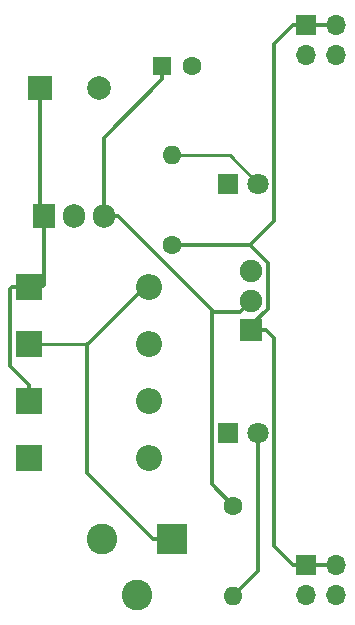
<source format=gtl>
G04 #@! TF.GenerationSoftware,KiCad,Pcbnew,(5.1.5)-3*
G04 #@! TF.CreationDate,2020-07-04T17:37:37-04:00*
G04 #@! TF.ProjectId,Power Supply,506f7765-7220-4537-9570-706c792e6b69,rev?*
G04 #@! TF.SameCoordinates,Original*
G04 #@! TF.FileFunction,Copper,L1,Top*
G04 #@! TF.FilePolarity,Positive*
%FSLAX46Y46*%
G04 Gerber Fmt 4.6, Leading zero omitted, Abs format (unit mm)*
G04 Created by KiCad (PCBNEW (5.1.5)-3) date 2020-07-04 17:37:37*
%MOMM*%
%LPD*%
G04 APERTURE LIST*
%ADD10R,2.000000X2.000000*%
%ADD11C,2.000000*%
%ADD12R,1.600000X1.600000*%
%ADD13C,1.600000*%
%ADD14O,2.200000X2.200000*%
%ADD15R,2.200000X2.200000*%
%ADD16C,1.800000*%
%ADD17R,1.800000X1.800000*%
%ADD18R,2.600000X2.600000*%
%ADD19C,2.600000*%
%ADD20R,1.700000X1.700000*%
%ADD21O,1.700000X1.700000*%
%ADD22O,1.600000X1.600000*%
%ADD23R,1.900000X1.900000*%
%ADD24C,1.900000*%
%ADD25R,1.905000X2.000000*%
%ADD26O,1.905000X2.000000*%
%ADD27C,0.300000*%
%ADD28C,0.250000*%
G04 APERTURE END LIST*
D10*
X135387080Y-75384660D03*
D11*
X140387080Y-75384660D03*
D12*
X145724880Y-73568560D03*
D13*
X148224880Y-73568560D03*
D14*
X144556480Y-92262960D03*
D15*
X134396480Y-92262960D03*
X134396480Y-97084726D03*
D14*
X144556480Y-97084726D03*
X144556480Y-101906492D03*
D15*
X134396480Y-101906492D03*
X134396480Y-106728260D03*
D14*
X144556480Y-106728260D03*
D16*
X153811580Y-104578760D03*
D17*
X151271580Y-104578760D03*
X151271580Y-83487160D03*
D16*
X153811580Y-83487160D03*
D18*
X146575780Y-113598960D03*
D19*
X140575780Y-113598960D03*
X143575780Y-118298960D03*
D20*
X157929580Y-70025260D03*
D21*
X160469580Y-70025260D03*
X157929580Y-72565260D03*
X160469580Y-72565260D03*
X160469580Y-118348760D03*
X157929580Y-118348760D03*
X160469580Y-115808760D03*
D20*
X157929580Y-115808760D03*
D22*
X151749760Y-118364000D03*
D13*
X151749760Y-110744000D03*
D22*
X146512280Y-81086960D03*
D13*
X146512280Y-88706960D03*
D23*
X153239980Y-95912960D03*
D24*
X153239980Y-93412960D03*
X153239980Y-90912960D03*
D25*
X135666480Y-86243160D03*
D26*
X138206480Y-86243160D03*
X140746480Y-86243160D03*
D27*
X135387080Y-85963760D02*
X135666480Y-86243160D01*
X135387080Y-75384660D02*
X135387080Y-85963760D01*
X135440880Y-92262960D02*
X134040880Y-92262960D01*
X135666480Y-92037360D02*
X135440880Y-92262960D01*
X135666480Y-86243160D02*
X135666480Y-92037360D01*
X132846479Y-92412961D02*
X132996480Y-92262960D01*
X132846479Y-98956491D02*
X132846479Y-92412961D01*
X134396480Y-100506492D02*
X132846479Y-98956491D01*
X132996480Y-92262960D02*
X134396480Y-92262960D01*
X134396480Y-101906492D02*
X134396480Y-100506492D01*
X149921579Y-94165759D02*
X149921579Y-95387859D01*
X141998980Y-86243160D02*
X149921579Y-94165759D01*
X140746480Y-86243160D02*
X141998980Y-86243160D01*
X140746480Y-84943160D02*
X140746480Y-86243160D01*
X145724880Y-74668560D02*
X140746480Y-79646960D01*
X140746480Y-79646960D02*
X140746480Y-84943160D01*
X145724880Y-73568560D02*
X145724880Y-74668560D01*
X149921579Y-108915819D02*
X149921579Y-95387859D01*
X151749760Y-110744000D02*
X149921579Y-108915819D01*
X150118779Y-94362959D02*
X149921579Y-94165759D01*
X152289981Y-94362959D02*
X150118779Y-94362959D01*
X153239980Y-93412960D02*
X152289981Y-94362959D01*
D28*
X139379114Y-97084726D02*
X144200880Y-92262960D01*
X134040880Y-97084726D02*
X139379114Y-97084726D01*
D27*
X139379114Y-108002294D02*
X139379114Y-97084726D01*
X144975780Y-113598960D02*
X139379114Y-108002294D01*
X146575780Y-113598960D02*
X144975780Y-113598960D01*
X153811580Y-116302180D02*
X153811580Y-104578760D01*
X151749760Y-118364000D02*
X153811580Y-116302180D01*
D28*
X151411380Y-81086960D02*
X146512280Y-81086960D01*
X153811580Y-83487160D02*
X151411380Y-81086960D01*
D27*
X160469580Y-115808760D02*
X157929580Y-115808760D01*
X154489980Y-95912960D02*
X153239980Y-95912960D01*
X155161581Y-96584561D02*
X154489980Y-95912960D01*
X155161581Y-114190761D02*
X155161581Y-96584561D01*
X156779580Y-115808760D02*
X155161581Y-114190761D01*
X157929580Y-115808760D02*
X156779580Y-115808760D01*
X147643650Y-88706960D02*
X146512280Y-88706960D01*
X153105982Y-88706960D02*
X147643650Y-88706960D01*
X154639981Y-90240959D02*
X153105982Y-88706960D01*
X154639981Y-94084961D02*
X154639981Y-90240959D01*
X152811982Y-95912960D02*
X154639981Y-94084961D01*
X153239980Y-95912960D02*
X152811982Y-95912960D01*
X160469580Y-70025260D02*
X157929580Y-70025260D01*
X155161581Y-86651361D02*
X153105982Y-88706960D01*
X155161581Y-71643259D02*
X155161581Y-86651361D01*
X156779580Y-70025260D02*
X155161581Y-71643259D01*
X157929580Y-70025260D02*
X156779580Y-70025260D01*
M02*

</source>
